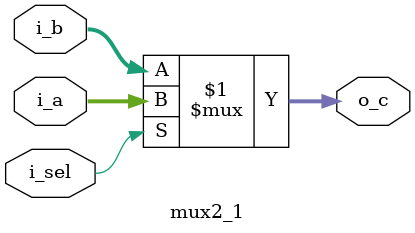
<source format=sv>
module mux2_1(
	input [31:0] i_a, i_b,
	input i_sel,
	output [31:0]o_c
);
assign o_c = (i_sel) ? i_a : i_b;
endmodule

</source>
